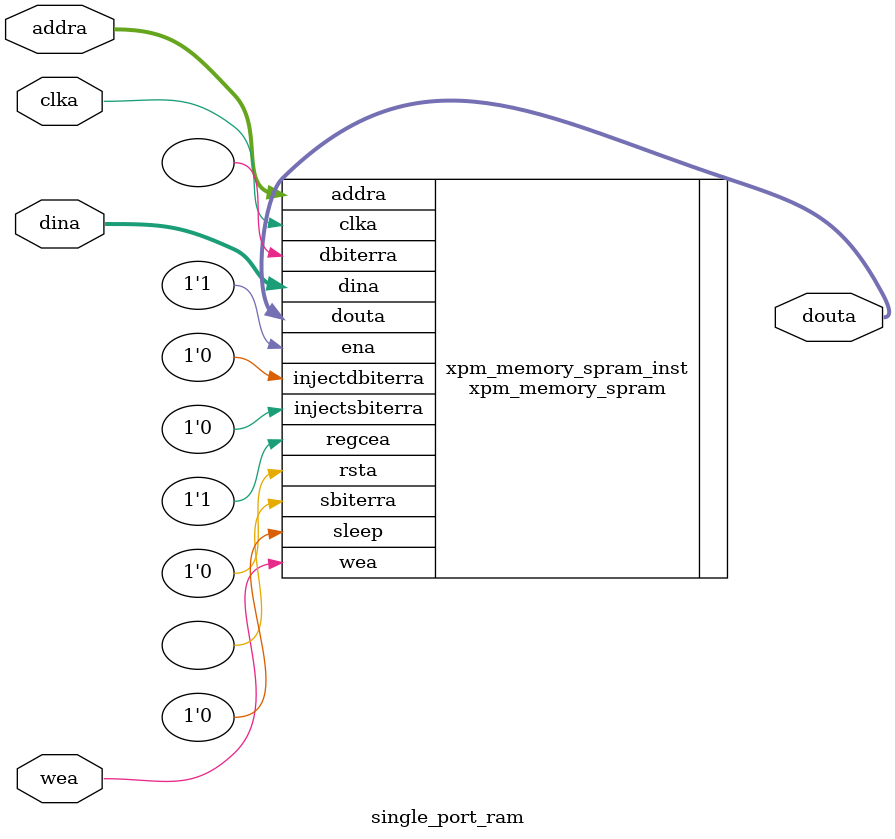
<source format=v>
/********************************************************************************
 *                                                                              *
 * Copyright (C) 2026 Robin Sergeant                                            *
 *                                                                              *
 * Single Port RAM module (simple wrapper for xpm_memory_spram)                 *
 *                                                                              *
 ********************************************************************************/

`timescale 1ns / 1ps

module single_port_ram #(
  parameter DEPTH = 1024,
  parameter INIT_FILE = "none"
)(
  input clka,
  input [7:0] dina,
  input [$clog2(DEPTH)-1:0] addra,
  input wea,
  output [7:0] douta
);

xpm_memory_spram #(
  .ADDR_WIDTH_A($clog2(DEPTH)),  // DECIMAL
  .AUTO_SLEEP_TIME(0),           // DECIMAL
  .BYTE_WRITE_WIDTH_A(8),        // DECIMAL
  .CASCADE_HEIGHT(0),            // DECIMAL
  .ECC_BIT_RANGE("7:0"),         // String
  .ECC_MODE("no_ecc"),           // String
  .ECC_TYPE("none"),             // String
  .IGNORE_INIT_SYNTH(0),         // DECIMAL
  .MEMORY_INIT_FILE(INIT_FILE),  // String
  .MEMORY_INIT_PARAM(""),        // String
  .MEMORY_OPTIMIZATION("true"),  // String
  .MEMORY_PRIMITIVE("auto"),     // String
  .MEMORY_SIZE(DEPTH * 8),       // DECIMAL
  .MESSAGE_CONTROL(0),           // DECIMAL
  .RAM_DECOMP("auto"),           // String
  .READ_DATA_WIDTH_A(8),         // DECIMAL
  .READ_LATENCY_A(1),            // DECIMAL
  .READ_RESET_VALUE_A("0"),      // String
  .RST_MODE_A("SYNC"),           // String
  .SIM_ASSERT_CHK(0),            // DECIMAL; 0=disable simulation messages, 1=enable simulation messages
  .USE_MEM_INIT(0),              // DECIMAL
  .USE_MEM_INIT_MMI(0),          // DECIMAL
  .WAKEUP_TIME("disable_sleep"), // String
  .WRITE_DATA_WIDTH_A(8) ,       // DECIMAL
  .WRITE_MODE_A("no_change"),    // String
  .WRITE_PROTECT(1)              // DECIMAL
)
xpm_memory_spram_inst (
  .dbiterra(),                     // 1-bit output: Status signal to indicate double bit error occurrence on the data output of port A.
  .douta(douta),                   // READ_DATA_WIDTH_A-bit output: Data output for port A read operations.
  .sbiterra(),                     // 1-bit output: Status signal to indicate single bit error occurrence on the data output of port A.
  .addra(addra),                   // ADDR_WIDTH_A-bit input: Address for port A write and read operations.
  .clka(clka),                     // 1-bit input: Clock signal for port A.
  .dina(dina),                     // WRITE_DATA_WIDTH_A-bit input: Data input for port A write operations.
  .ena(1'b1),                      // 1-bit input: Memory enable signal for port A. Must be high on clock cycles when read or write operations
                                   // are initiated. Pipelined internally.

  .injectdbiterra(1'b0),           // 1-bit input: Controls double bit error injection on input data when ECC enabled (Error injection capability
                                   // is not available in "decode_only" mode).

  .injectsbiterra(1'b0),           // 1-bit input: Controls single bit error injection on input data when ECC enabled (Error injection capability
                                   // is not available in "decode_only" mode).

  .regcea(1'b1),                   // 1-bit input: Clock Enable for the last register stage on the output data path.
  .rsta(1'b0),                     // 1-bit input: Reset signal for the final port A output register stage. Synchronously resets output port
                                   // douta to the value specified by parameter READ_RESET_VALUE_A.

  .sleep(1'b0),                    // 1-bit input: sleep signal to enable the dynamic power saving feature.
  .wea(wea)                        // WRITE_DATA_WIDTH_A/BYTE_WRITE_WIDTH_A-bit input: Write enable vector for port A input data port dina. 1 bit
                                   // wide when word-wide writes are used. In byte-wide write configurations, each bit controls the writing one
                                   // byte of dina to address addra. For example, to synchronously write only bits [15-8] of dina when
                                   // WRITE_DATA_WIDTH_A is 32, wea would be 4'b0010.
);

endmodule

</source>
